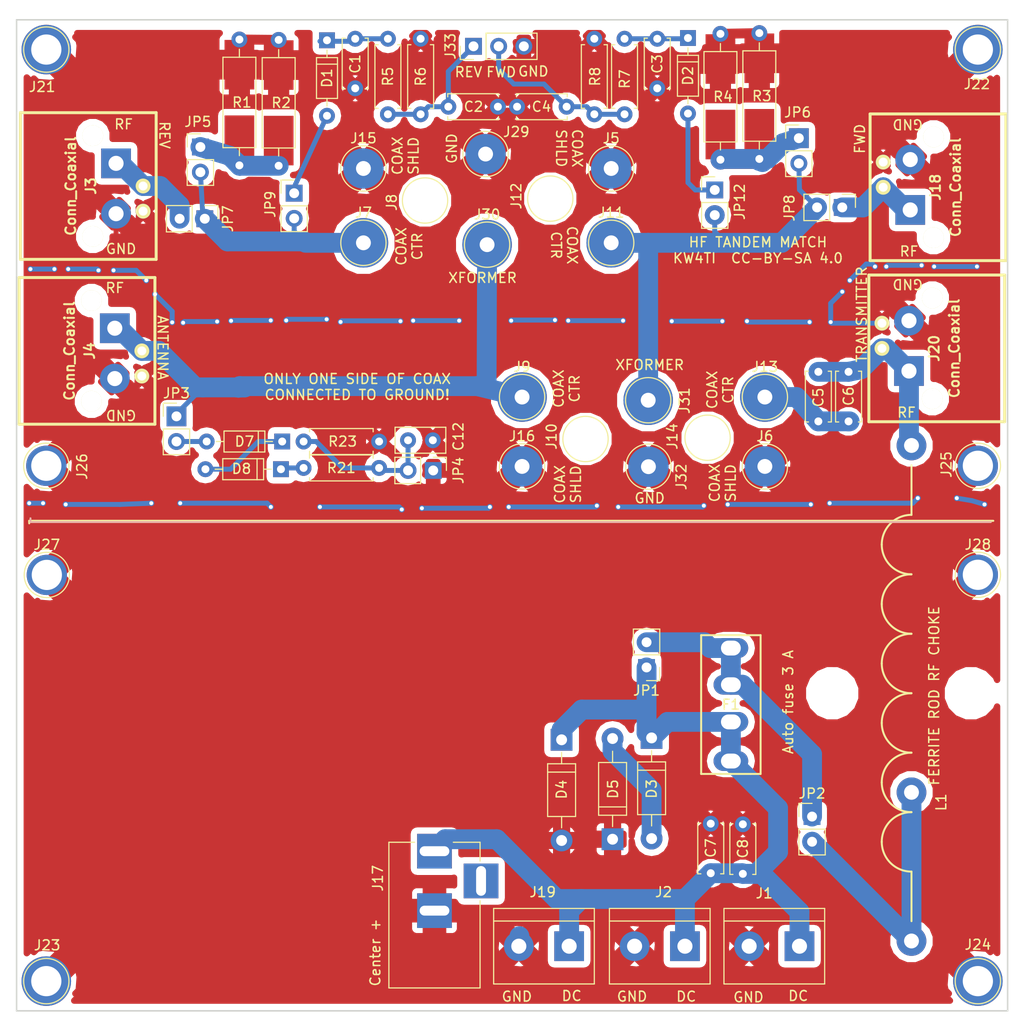
<source format=kicad_pcb>
(kicad_pcb (version 4) (host pcbnew 4.0.7)
  (layers (0 F.Cu signal) (31 B.Cu signal) (34 B.Paste user) (35 F.Paste user) (36 B.SilkS user) (37 F.SilkS user) (38 B.Mask user) (39 F.Mask user) (44 Edge.Cuts user))
  (net 0 "")
  (net 1 GND)
  (net 2 "Net-(J11-Pad1)")
  (net 3 "Net-(C1-Pad1)")
  (net 4 "Net-(C2-Pad1)")
  (net 5 "Net-(C3-Pad1)")
  (net 6 "Net-(C4-Pad1)")
  (net 7 "Net-(D1-Pad2)")
  (net 8 "Net-(D2-Pad2)")
  (net 9 "Net-(C5-Pad1)")
  (net 10 "Net-(C7-Pad1)")
  (net 11 "Net-(D3-Pad2)")
  (net 12 "Net-(C12-Pad1)")
  (net 13 "Net-(D7-Pad2)")
  (net 14 "Net-(D8-Pad1)")
  (net 15 "Net-(D7-Pad1)")
  (net 16 "Net-(JP5-Pad1)")
  (net 17 "Net-(JP6-Pad1)")
  (net 18 "Net-(J3-Pad1)")
  (net 19 "Net-(J30-Pad1)")
  (net 20 "Net-(C5-Pad2)")
  (net 21 "Net-(F1-Pad2)")
  (net 22 "Net-(JP2-Pad2)")
  (net 23 "Net-(J7-Pad1)")
  (net 24 "Net-(J18-Pad1)")
  (module TandemMatch:bnc_90_1-1337543-0_pad_combo (layer F.Cu) (at 40.386 56.769 270)
    (fp_text reference J3 (at 0 -7.112 270) (layer F.SilkS) (effects (font (thickness 0.2))))
    (fp_text value Conn_Coaxial (at 0 -5.08 270) (layer F.SilkS) (effects (font (thickness 0.2))))
    (pad 1 thru_hole circle (at 0 -12.38 270) (size 1.5 1.5) (drill 0.9) (layers *.Cu *.Mask F.SilkS) (net 18 "Net-(J3-Pad1)"))
    (pad 2 thru_hole circle (at 2.54 -12.38 270) (size 1.5 1.5) (drill 0.9) (layers *.Cu *.Mask F.SilkS) (net 1 GND))
    (pad "" np_thru_hole circle (at 5.08 -7.3 270) (size 2.1 2.1) (drill 2.1) (layers *.Cu *.Mask F.SilkS))
    (pad "" np_thru_hole circle (at -5.08 -7.3 270) (size 2.1 2.1) (drill 2.1) (layers *.Cu *.Mask F.SilkS))
    (pad 1 thru_hole rect (at -2.286 -9.652 270) (size 3 3) (drill 1.52) (layers *.Cu *.Mask) (net 18 "Net-(J3-Pad1)"))
    (pad 2 thru_hole circle (at 2.794 -9.652 270) (size 3 3) (drill 1.52) (layers *.Cu *.Mask) (net 1 GND))
  )
  (module Connectors_Terminal_Blocks:TerminalBlock_bornier-2_P5.08mm (layer F.Cu) (at 95.758 133.477 180)
    (fp_text reference J19 (at 2.667 5.461 180) (layer F.SilkS))
    (fp_text value Conn_01x02)
    (pad 1 thru_hole rect (at 0 0 180) (size 3 3) (drill 1.52) (layers *.Cu *.Mask) (net 10 "Net-(C7-Pad1)"))
    (pad 2 thru_hole circle (at 5.08 0 180) (size 3 3) (drill 1.52) (layers *.Cu *.Mask) (net 1 GND))
  )
  (module TandemMatch:R_Axial_DIN0309_L9.0mm_D3.2mm_P12.70mm_Horizontal (layer F.Cu) (at 111.0234 41.4147 270)
    (fp_text reference R4 (at 6.35 -0.254 360) (layer F.SilkS))
    (fp_text value 100R)
    (pad 1 thru_hole circle (at 0 0 270) (size 1.6 1.6) (drill 0.8) (layers *.Cu *.Mask) (net 1 GND))
    (pad 2 thru_hole oval (at 12.7 0 270) (size 1.6 1.6) (drill 0.8) (layers *.Cu *.Mask) (net 17 "Net-(JP6-Pad1)"))
    (pad 1 smd rect (at 2.54 0 270) (size 5 3) (layers F.Cu F.Paste F.Mask) (net 1 GND))
    (pad 2 smd rect (at 10.16 0 270) (size 5 3) (layers F.Cu F.Paste F.Mask) (net 17 "Net-(JP6-Pad1)"))
  )
  (module Connectors:1pin (layer F.Cu) (at 100 55)
    (fp_text reference J5 (at 0 -3.048) (layer F.SilkS))
    (fp_text value Conn_01x01)
    (pad 1 thru_hole circle (at 0 0) (size 4.064 4.064) (drill 1.5) (layers *.Cu *.Mask) (net 1 GND))
  )
  (module Connectors:1pin (layer F.Cu) (at 75 62.5)
    (fp_text reference J7 (at 0 -3.048) (layer F.SilkS))
    (fp_text value Conn_01x01)
    (pad 1 thru_hole circle (at 0 0) (size 5 5) (drill 1.5) (layers *.Cu *.Mask) (net 23 "Net-(J7-Pad1)"))
  )
  (module Connectors:1pin (layer F.Cu) (at 81.2165 58.2295)
    (fp_text reference J8 (at -3.3655 0.1905 90) (layer F.SilkS))
    (fp_text value Conn_01x01)
    (pad "" np_thru_hole circle (at 0 0) (size 4 4) (drill 4) (layers *.Cu *.Mask))
  )
  (module Connectors:1pin (layer F.Cu) (at 91.008 78.064)
    (fp_text reference J9 (at 0 -3.048) (layer F.SilkS))
    (fp_text value Conn_01x01)
    (pad 1 thru_hole circle (at 0 0) (size 5 5) (drill 1.5) (layers *.Cu *.Mask) (net 19 "Net-(J30-Pad1)"))
  )
  (module Connectors:1pin (layer F.Cu) (at 97.409 82.296)
    (fp_text reference J10 (at -3.429 -0.254 90) (layer F.SilkS))
    (fp_text value Conn_01x01)
    (pad "" np_thru_hole circle (at 0 0) (size 4 4) (drill 4) (layers *.Cu *.Mask))
  )
  (module Connectors:1pin (layer F.Cu) (at 100 62.5)
    (fp_text reference J11 (at 0 -3.048) (layer F.SilkS))
    (fp_text value Conn_01x01)
    (pad 1 thru_hole circle (at 0 0) (size 5 5) (drill 1.5) (layers *.Cu *.Mask) (net 2 "Net-(J11-Pad1)"))
  )
  (module Connectors:1pin (layer F.Cu) (at 93.853 58.039)
    (fp_text reference J12 (at -3.429 -0.254 90) (layer F.SilkS))
    (fp_text value Conn_01x01)
    (pad "" np_thru_hole circle (at 0 0) (size 4 4) (drill 4) (layers *.Cu *.Mask))
  )
  (module Connectors:1pin (layer F.Cu) (at 115.508 78.064)
    (fp_text reference J13 (at 0 -3.048) (layer F.SilkS))
    (fp_text value Conn_01x01)
    (pad 1 thru_hole circle (at 0 0) (size 5 5) (drill 1.5) (layers *.Cu *.Mask) (net 9 "Net-(C5-Pad1)"))
  )
  (module Connectors:1pin (layer F.Cu) (at 109.728 82.169)
    (fp_text reference J14 (at -3.556 -0.127 90) (layer F.SilkS))
    (fp_text value Conn_01x01)
    (pad "" np_thru_hole circle (at 0 0) (size 4 4) (drill 4) (layers *.Cu *.Mask))
  )
  (module Connectors:1pin (layer F.Cu) (at 75 55)
    (fp_text reference J15 (at 0 -3.048) (layer F.SilkS))
    (fp_text value Conn_01x01)
    (pad 1 thru_hole circle (at 0 0) (size 4.064 4.064) (drill 1.5) (layers *.Cu *.Mask) (net 1 GND))
  )
  (module Connectors:1pin (layer F.Cu) (at 91.008 85.064)
    (fp_text reference J16 (at 0 -3.048) (layer F.SilkS))
    (fp_text value Conn_01x01)
    (pad 1 thru_hole circle (at 0 0) (size 4.064 4.064) (drill 1.5) (layers *.Cu *.Mask) (net 1 GND))
  )
  (module Connectors:1pin (layer F.Cu) (at 43 43)
    (fp_text reference J21 (at -0.423 3.768) (layer F.SilkS))
    (fp_text value Conn_01x01)
    (pad 1 thru_hole circle (at 0 0) (size 5 5) (drill 3.048) (layers *.Cu *.Mask) (net 1 GND))
  )
  (module Connectors:1pin (layer F.Cu) (at 137 43)
    (fp_text reference J22 (at -0.094 3.482) (layer F.SilkS))
    (fp_text value Conn_01x01)
    (pad 1 thru_hole circle (at 0 0) (size 5 5) (drill 3.048) (layers *.Cu *.Mask) (net 1 GND))
  )
  (module Connectors:1pin (layer F.Cu) (at 43 137)
    (fp_text reference J23 (at 0.085 -3.6185) (layer F.SilkS))
    (fp_text value Conn_01x01)
    (pad 1 thru_hole circle (at 0 0) (size 5 5) (drill 3.048) (layers *.Cu *.Mask) (net 1 GND))
  )
  (module Connectors:1pin (layer F.Cu) (at 137 137)
    (fp_text reference J24 (at 0.001 -3.682) (layer F.SilkS))
    (fp_text value Conn_01x01)
    (pad 1 thru_hole circle (at 0 0) (size 5 5) (drill 3.048) (layers *.Cu *.Mask) (net 1 GND))
  )
  (module Connectors:1pin (layer F.Cu) (at 115.508 85.064)
    (fp_text reference J6 (at 0 -3.048) (layer F.SilkS))
    (fp_text value Conn_01x01)
    (pad 1 thru_hole circle (at 0 0) (size 4.064 4.064) (drill 1.5) (layers *.Cu *.Mask) (net 1 GND))
  )
  (module Connectors:1pin (layer F.Cu) (at 87.3252 53.5432)
    (fp_text reference J29 (at 3.0988 -2.2352) (layer F.SilkS))
    (fp_text value Conn_01x01)
    (pad 1 thru_hole circle (at 0 0) (size 4.064 4.064) (drill 1.5) (layers *.Cu *.Mask) (net 1 GND))
  )
  (module Connectors:1pin (layer F.Cu) (at 87.4776 62.6872)
    (fp_text reference J30 (at 0 -3.048) (layer F.SilkS))
    (fp_text value Conn_01x01)
    (pad 1 thru_hole circle (at 0 0) (size 5 5) (drill 1.5) (layers *.Cu *.Mask) (net 19 "Net-(J30-Pad1)"))
  )
  (module Connectors:1pin (layer F.Cu) (at 103.7336 78.3844)
    (fp_text reference J31 (at 3.66776 0.04318 90) (layer F.SilkS))
    (fp_text value Conn_01x01)
    (pad 1 thru_hole circle (at 0 0) (size 5 5) (drill 1.5) (layers *.Cu *.Mask) (net 2 "Net-(J11-Pad1)"))
  )
  (module Connectors:1pin (layer F.Cu) (at 103.759 85.09)
    (fp_text reference J32 (at 3.32232 1.03124 270) (layer F.SilkS))
    (fp_text value Conn_01x01)
    (pad 1 thru_hole circle (at 0 0) (size 4.064 4.064) (drill 1.5) (layers *.Cu *.Mask) (net 1 GND))
  )
  (module Capacitors_THT:C_Disc_D5.0mm_W2.5mm_P5.00mm (layer F.Cu) (at 74.168 41.91 270)
    (fp_text reference C1 (at 2.54 0 270) (layer F.SilkS))
    (fp_text value "10 nF")
    (pad 1 thru_hole circle (at 0 0 270) (size 1.6 1.6) (drill 0.8) (layers *.Cu *.Mask) (net 3 "Net-(C1-Pad1)"))
    (pad 2 thru_hole circle (at 5 0 270) (size 1.6 1.6) (drill 0.8) (layers *.Cu *.Mask) (net 1 GND))
  )
  (module Capacitors_THT:C_Disc_D5.0mm_W2.5mm_P5.00mm (layer F.Cu) (at 83.566 48.768)
    (fp_text reference C2 (at 2.54 0) (layer F.SilkS))
    (fp_text value "10 nF")
    (pad 1 thru_hole circle (at 0 0) (size 1.6 1.6) (drill 0.8) (layers *.Cu *.Mask) (net 4 "Net-(C2-Pad1)"))
    (pad 2 thru_hole circle (at 5 0) (size 1.6 1.6) (drill 0.8) (layers *.Cu *.Mask) (net 1 GND))
  )
  (module Capacitors_THT:C_Disc_D5.0mm_W2.5mm_P5.00mm (layer F.Cu) (at 104.648 41.91 270)
    (fp_text reference C3 (at 2.54 0 270) (layer F.SilkS))
    (fp_text value "10 nF")
    (pad 1 thru_hole circle (at 0 0 270) (size 1.6 1.6) (drill 0.8) (layers *.Cu *.Mask) (net 5 "Net-(C3-Pad1)"))
    (pad 2 thru_hole circle (at 5 0 270) (size 1.6 1.6) (drill 0.8) (layers *.Cu *.Mask) (net 1 GND))
  )
  (module Capacitors_THT:C_Disc_D5.0mm_W2.5mm_P5.00mm (layer F.Cu) (at 95.504 48.768 180)
    (fp_text reference C4 (at 2.54 0 180) (layer F.SilkS))
    (fp_text value "10 nF")
    (pad 1 thru_hole circle (at 0 0 180) (size 1.6 1.6) (drill 0.8) (layers *.Cu *.Mask) (net 6 "Net-(C4-Pad1)"))
    (pad 2 thru_hole circle (at 5 0 180) (size 1.6 1.6) (drill 0.8) (layers *.Cu *.Mask) (net 1 GND))
  )
  (module Pin_Headers:Pin_Header_Straight_1x03_Pitch2.54mm (layer F.Cu) (at 86.106 42.672 90)
    (fp_text reference J33 (at 0 -2.33 90) (layer F.SilkS))
    (fp_text value Conn_01x03)
    (pad 1 thru_hole rect (at 0 0 90) (size 1.7 1.7) (drill 1) (layers *.Cu *.Mask) (net 4 "Net-(C2-Pad1)"))
    (pad 2 thru_hole oval (at 0 2.54 90) (size 1.7 1.7) (drill 1) (layers *.Cu *.Mask) (net 6 "Net-(C4-Pad1)"))
    (pad 3 thru_hole oval (at 0 5.08 90) (size 1.7 1.7) (drill 1) (layers *.Cu *.Mask) (net 1 GND))
  )
  (module Resistors_THT:R_Axial_DIN0207_L6.3mm_D2.5mm_P7.62mm_Horizontal (layer F.Cu) (at 77.47 49.53 90)
    (fp_text reference R5 (at 3.81 0 90) (layer F.SilkS))
    (fp_text value 10k)
    (pad 1 thru_hole circle (at 0 0 90) (size 1.6 1.6) (drill 0.8) (layers *.Cu *.Mask) (net 4 "Net-(C2-Pad1)"))
    (pad 2 thru_hole oval (at 7.62 0 90) (size 1.6 1.6) (drill 0.8) (layers *.Cu *.Mask) (net 3 "Net-(C1-Pad1)"))
  )
  (module Resistors_THT:R_Axial_DIN0207_L6.3mm_D2.5mm_P7.62mm_Horizontal (layer F.Cu) (at 80.772 41.91 270)
    (fp_text reference R6 (at 3.81 0 270) (layer F.SilkS))
    (fp_text value 10k)
    (pad 1 thru_hole circle (at 0 0 270) (size 1.6 1.6) (drill 0.8) (layers *.Cu *.Mask) (net 1 GND))
    (pad 2 thru_hole oval (at 7.62 0 270) (size 1.6 1.6) (drill 0.8) (layers *.Cu *.Mask) (net 4 "Net-(C2-Pad1)"))
  )
  (module Resistors_THT:R_Axial_DIN0207_L6.3mm_D2.5mm_P7.62mm_Horizontal (layer F.Cu) (at 101.346 49.53 90)
    (fp_text reference R7 (at 3.552 0.02 90) (layer F.SilkS))
    (fp_text value 10k)
    (pad 1 thru_hole circle (at 0 0 90) (size 1.6 1.6) (drill 0.8) (layers *.Cu *.Mask) (net 6 "Net-(C4-Pad1)"))
    (pad 2 thru_hole oval (at 7.62 0 90) (size 1.6 1.6) (drill 0.8) (layers *.Cu *.Mask) (net 5 "Net-(C3-Pad1)"))
  )
  (module Resistors_THT:R_Axial_DIN0207_L6.3mm_D2.5mm_P7.62mm_Horizontal (layer F.Cu) (at 98.298 41.91 270)
    (fp_text reference R8 (at 3.814 -0.076 270) (layer F.SilkS))
    (fp_text value 10k)
    (pad 1 thru_hole circle (at 0 0 270) (size 1.6 1.6) (drill 0.8) (layers *.Cu *.Mask) (net 1 GND))
    (pad 2 thru_hole oval (at 7.62 0 270) (size 1.6 1.6) (drill 0.8) (layers *.Cu *.Mask) (net 6 "Net-(C4-Pad1)"))
  )
  (module Diodes_THT:D_DO-35_SOD27_P7.62mm_Horizontal (layer F.Cu) (at 71.3232 42.0624 270)
    (fp_text reference D1 (at 3.81 0 270) (layer F.SilkS))
    (fp_text value 1N5711)
    (pad 1 thru_hole rect (at 0 0 270) (size 1.6 1.6) (drill 0.8) (layers *.Cu *.Mask) (net 3 "Net-(C1-Pad1)"))
    (pad 2 thru_hole oval (at 7.62 0 270) (size 1.6 1.6) (drill 0.8) (layers *.Cu *.Mask) (net 7 "Net-(D1-Pad2)"))
  )
  (module Diodes_THT:D_DO-35_SOD27_P7.62mm_Horizontal (layer F.Cu) (at 107.7468 41.8338 270)
    (fp_text reference D2 (at 3.81 0 270) (layer F.SilkS))
    (fp_text value 1N5711)
    (pad 1 thru_hole rect (at 0 0 270) (size 1.6 1.6) (drill 0.8) (layers *.Cu *.Mask) (net 5 "Net-(C3-Pad1)"))
    (pad 2 thru_hole oval (at 7.62 0 270) (size 1.6 1.6) (drill 0.8) (layers *.Cu *.Mask) (net 8 "Net-(D2-Pad2)"))
  )
  (module Pin_Headers:Pin_Header_Straight_1x02_Pitch2.54mm (layer F.Cu) (at 58.547 52.832)
    (fp_text reference JP5 (at -0.254 -2.54 180) (layer F.SilkS))
    (fp_text value Jumper_NC_Small)
    (pad 1 thru_hole rect (at 0 0) (size 1.7 1.7) (drill 1) (layers *.Cu *.Mask) (net 16 "Net-(JP5-Pad1)"))
    (pad 2 thru_hole oval (at 0 2.54) (size 1.7 1.7) (drill 1) (layers *.Cu *.Mask) (net 23 "Net-(J7-Pad1)"))
  )
  (module Pin_Headers:Pin_Header_Straight_1x02_Pitch2.54mm (layer F.Cu) (at 118.9355 51.943)
    (fp_text reference JP6 (at -0.127 -2.6035 180) (layer F.SilkS))
    (fp_text value Jumper_NC_Small)
    (pad 1 thru_hole rect (at 0 0) (size 2 2) (drill 1) (layers *.Cu *.Mask) (net 17 "Net-(JP6-Pad1)"))
    (pad 2 thru_hole oval (at 0 2.54) (size 1.7 1.7) (drill 1) (layers *.Cu *.Mask) (net 2 "Net-(J11-Pad1)"))
  )
  (module Pin_Headers:Pin_Header_Straight_1x02_Pitch2.54mm (layer F.Cu) (at 56.134 80.01)
    (fp_text reference JP3 (at 0 -2.33) (layer F.SilkS))
    (fp_text value Jumper_NC_Small)
    (pad 1 thru_hole rect (at 0 0) (size 2 2) (drill 1) (layers *.Cu *.Mask) (net 19 "Net-(J30-Pad1)"))
    (pad 2 thru_hole oval (at 0 2.54) (size 1.7 1.7) (drill 1) (layers *.Cu *.Mask) (net 13 "Net-(D7-Pad2)"))
  )
  (module Pin_Headers:Pin_Header_Straight_1x02_Pitch2.54mm (layer F.Cu) (at 82.042 85.471 270)
    (fp_text reference JP4 (at 0 -2.54 450) (layer F.SilkS))
    (fp_text value Jumper_NC_Small)
    (pad 1 thru_hole rect (at 0 0 270) (size 1.7 1.7) (drill 1) (layers *.Cu *.Mask) (net 1 GND))
    (pad 2 thru_hole oval (at 0 2.54 270) (size 1.7 1.7) (drill 1) (layers *.Cu *.Mask) (net 12 "Net-(C12-Pad1)"))
  )
  (module Resistors_THT:R_Axial_DIN0207_L6.3mm_D2.5mm_P7.62mm_Horizontal (layer F.Cu) (at 76.581 85.217 180)
    (fp_text reference R21 (at 3.81 0 180) (layer F.SilkS))
    (fp_text value 10k)
    (pad 1 thru_hole circle (at 0 0 180) (size 1.6 1.6) (drill 0.8) (layers *.Cu *.Mask) (net 12 "Net-(C12-Pad1)"))
    (pad 2 thru_hole oval (at 7.62 0 180) (size 1.6 1.6) (drill 0.8) (layers *.Cu *.Mask) (net 14 "Net-(D8-Pad1)"))
  )
  (module Diodes_THT:D_DO-35_SOD27_P7.62mm_Horizontal (layer F.Cu) (at 66.802 82.55 180)
    (fp_text reference D7 (at 3.81 0 180) (layer F.SilkS))
    (fp_text value 1N4148)
    (pad 1 thru_hole rect (at 0 0 180) (size 1.6 1.6) (drill 0.8) (layers *.Cu *.Mask) (net 15 "Net-(D7-Pad1)"))
    (pad 2 thru_hole oval (at 7.62 0 180) (size 1.6 1.6) (drill 0.8) (layers *.Cu *.Mask) (net 13 "Net-(D7-Pad2)"))
  )
  (module Diodes_THT:D_DO-35_SOD27_P7.62mm_Horizontal (layer F.Cu) (at 66.675 85.344 180)
    (fp_text reference D8 (at 3.98 0.038999 180) (layer F.SilkS))
    (fp_text value 1N4148)
    (pad 1 thru_hole rect (at 0 0 180) (size 1.6 1.6) (drill 0.8) (layers *.Cu *.Mask) (net 14 "Net-(D8-Pad1)"))
    (pad 2 thru_hole oval (at 7.62 0 180) (size 1.6 1.6) (drill 0.8) (layers *.Cu *.Mask) (net 15 "Net-(D7-Pad1)"))
  )
  (module Capacitors_THT:C_Disc_D5.0mm_W2.5mm_P2.50mm (layer F.Cu) (at 79.502 82.423)
    (fp_text reference C12 (at 5.08 -0.381 90) (layer F.SilkS))
    (fp_text value "10 nF")
    (pad 1 thru_hole circle (at 0 0) (size 1.6 1.6) (drill 0.8) (layers *.Cu *.Mask) (net 12 "Net-(C12-Pad1)"))
    (pad 2 thru_hole circle (at 2.5 0) (size 1.6 1.6) (drill 0.8) (layers *.Cu *.Mask) (net 1 GND))
  )
  (module Resistors_THT:R_Axial_DIN0207_L6.3mm_D2.5mm_P7.62mm_Horizontal (layer F.Cu) (at 76.581 82.55 180)
    (fp_text reference R23 (at 3.683 0 180) (layer F.SilkS))
    (fp_text value 1k)
    (pad 1 thru_hole circle (at 0 0 180) (size 1.6 1.6) (drill 0.8) (layers *.Cu *.Mask) (net 1 GND))
    (pad 2 thru_hole oval (at 7.62 0 180) (size 1.6 1.6) (drill 0.8) (layers *.Cu *.Mask) (net 12 "Net-(C12-Pad1)"))
  )
  (module Pin_Headers:Pin_Header_Straight_1x02_Pitch2.54mm (layer F.Cu) (at 68.01104 57.49544)
    (fp_text reference JP9 (at -2.41554 1.11506 90) (layer F.SilkS))
    (fp_text value Jumper_NC_Small)
    (pad 1 thru_hole rect (at 0 0) (size 1.7 1.7) (drill 1) (layers *.Cu *.Mask) (net 7 "Net-(D1-Pad2)"))
    (pad 2 thru_hole oval (at 0 2.54) (size 1.7 1.7) (drill 1) (layers *.Cu *.Mask) (net 23 "Net-(J7-Pad1)"))
  )
  (module Pin_Headers:Pin_Header_Straight_1x02_Pitch2.54mm (layer F.Cu) (at 110.44936 57.16524)
    (fp_text reference JP12 (at 2.51714 1.19126 90) (layer F.SilkS))
    (fp_text value Jumper_NC_Small)
    (pad 1 thru_hole rect (at 0 0) (size 1.7 1.7) (drill 1) (layers *.Cu *.Mask) (net 8 "Net-(D2-Pad2)"))
    (pad 2 thru_hole oval (at 0 2.54) (size 2 2) (drill 1) (layers *.Cu *.Mask) (net 2 "Net-(J11-Pad1)"))
  )
  (module TandemMatch:R_Axial_DIN0309_L9.0mm_D3.2mm_P12.70mm_Horizontal (layer F.Cu) (at 114.9477 41.3385 270)
    (fp_text reference R3 (at 6.35 -0.254 360) (layer F.SilkS))
    (fp_text value 100R)
    (pad 1 thru_hole circle (at 0 0 270) (size 1.6 1.6) (drill 0.8) (layers *.Cu *.Mask) (net 1 GND))
    (pad 2 thru_hole oval (at 12.7 0 270) (size 1.6 1.6) (drill 0.8) (layers *.Cu *.Mask) (net 17 "Net-(JP6-Pad1)"))
    (pad 1 smd rect (at 2.54 0 270) (size 5 3) (layers F.Cu F.Paste F.Mask) (net 1 GND))
    (pad 2 smd rect (at 10.16 0 270) (size 5 3) (layers F.Cu F.Paste F.Mask) (net 17 "Net-(JP6-Pad1)"))
  )
  (module TandemMatch:R_Axial_DIN0309_L9.0mm_D3.2mm_P12.70mm_Horizontal (layer F.Cu) (at 66.4464 42.0243 270)
    (fp_text reference R2 (at 6.35 -0.254 360) (layer F.SilkS))
    (fp_text value 100R)
    (pad 1 thru_hole circle (at 0 0 270) (size 1.6 1.6) (drill 0.8) (layers *.Cu *.Mask) (net 1 GND))
    (pad 2 thru_hole oval (at 12.7 0 270) (size 1.6 1.6) (drill 0.8) (layers *.Cu *.Mask) (net 16 "Net-(JP5-Pad1)"))
    (pad 1 smd rect (at 2.54 0 270) (size 5 3) (layers F.Cu F.Paste F.Mask) (net 1 GND))
    (pad 2 smd rect (at 10.16 0 270) (size 5 3) (layers F.Cu F.Paste F.Mask) (net 16 "Net-(JP5-Pad1)"))
  )
  (module TandemMatch:R_Axial_DIN0309_L9.0mm_D3.2mm_P12.70mm_Horizontal (layer F.Cu) (at 62.484 41.9862 270)
    (fp_text reference R1 (at 6.35 -0.254 360) (layer F.SilkS))
    (fp_text value 100R)
    (pad 1 thru_hole circle (at 0 0 270) (size 1.6 1.6) (drill 0.8) (layers *.Cu *.Mask) (net 1 GND))
    (pad 2 thru_hole oval (at 12.7 0 270) (size 1.6 1.6) (drill 0.8) (layers *.Cu *.Mask) (net 16 "Net-(JP5-Pad1)"))
    (pad 1 smd rect (at 2.54 0 270) (size 5 3) (layers F.Cu F.Paste F.Mask) (net 1 GND))
    (pad 2 smd rect (at 10.16 0 270) (size 5 3) (layers F.Cu F.Paste F.Mask) (net 16 "Net-(JP5-Pad1)"))
  )
  (module Connectors_Terminal_Blocks:TerminalBlock_bornier-2_P5.08mm (layer F.Cu) (at 118.999 133.477 180)
    (fp_text reference J1 (at 3.556 5.334 180) (layer F.SilkS))
    (fp_text value Conn_01x02)
    (pad 1 thru_hole rect (at 0 0 180) (size 3 3) (drill 1.52) (layers *.Cu *.Mask) (net 10 "Net-(C7-Pad1)"))
    (pad 2 thru_hole circle (at 5.08 0 180) (size 3 3) (drill 1.52) (layers *.Cu *.Mask) (net 1 GND))
  )
  (module Capacitors_THT:C_Disc_D5.0mm_W2.5mm_P5.00mm (layer F.Cu) (at 120.904 80.518 90)
    (fp_text reference C5 (at 2.413 0 90) (layer F.SilkS))
    (fp_text value "10 nF")
    (pad 1 thru_hole circle (at 0 0 90) (size 1.6 1.6) (drill 0.8) (layers *.Cu *.Mask) (net 9 "Net-(C5-Pad1)"))
    (pad 2 thru_hole circle (at 5 0 90) (size 1.6 1.6) (drill 0.8) (layers *.Cu *.Mask) (net 20 "Net-(C5-Pad2)"))
  )
  (module Capacitors_THT:C_Disc_D5.0mm_W2.5mm_P5.00mm (layer F.Cu) (at 123.952 80.518 90)
    (fp_text reference C6 (at 2.54 0 90) (layer F.SilkS))
    (fp_text value "10 nF")
    (pad 1 thru_hole circle (at 0 0 90) (size 1.6 1.6) (drill 0.8) (layers *.Cu *.Mask) (net 9 "Net-(C5-Pad1)"))
    (pad 2 thru_hole circle (at 5 0 90) (size 1.6 1.6) (drill 0.8) (layers *.Cu *.Mask) (net 20 "Net-(C5-Pad2)"))
  )
  (module Capacitors_THT:C_Disc_D5.0mm_W2.5mm_P5.00mm (layer F.Cu) (at 110.0455 126.111 90)
    (fp_text reference C7 (at 2.54 0 90) (layer F.SilkS))
    (fp_text value "10 nF")
    (pad 1 thru_hole circle (at 0 0 90) (size 1.6 1.6) (drill 0.8) (layers *.Cu *.Mask) (net 10 "Net-(C7-Pad1)"))
    (pad 2 thru_hole circle (at 5 0 90) (size 1.6 1.6) (drill 0.8) (layers *.Cu *.Mask) (net 1 GND))
  )
  (module Capacitors_THT:C_Disc_D5.0mm_W2.5mm_P5.00mm (layer F.Cu) (at 113.284 126.1745 90)
    (fp_text reference C8 (at 2.54 0 90) (layer F.SilkS))
    (fp_text value "10 nF")
    (pad 1 thru_hole circle (at 0 0 90) (size 1.6 1.6) (drill 0.8) (layers *.Cu *.Mask) (net 10 "Net-(C7-Pad1)"))
    (pad 2 thru_hole circle (at 5 0 90) (size 1.6 1.6) (drill 0.8) (layers *.Cu *.Mask) (net 1 GND))
  )
  (module Connectors_Terminal_Blocks:TerminalBlock_bornier-2_P5.08mm (layer F.Cu) (at 107.442 133.477 180)
    (fp_text reference J2 (at 2.159 5.461 180) (layer F.SilkS))
    (fp_text value Conn_01x02)
    (pad 1 thru_hole rect (at 0 0 180) (size 3 3) (drill 1.52) (layers *.Cu *.Mask) (net 10 "Net-(C7-Pad1)"))
    (pad 2 thru_hole circle (at 5.08 0 180) (size 3 3) (drill 1.52) (layers *.Cu *.Mask) (net 1 GND))
  )
  (module Pin_Headers:Pin_Header_Straight_1x02_Pitch2.54mm (layer F.Cu) (at 103.5685 105.3465 180)
    (fp_text reference JP1 (at 0 -2.33 180) (layer F.SilkS))
    (fp_text value Jumper_NC_Small)
    (pad 1 thru_hole rect (at 0 0 180) (size 1.7 1.7) (drill 1) (layers *.Cu *.Mask) (net 10 "Net-(C7-Pad1)"))
    (pad 2 thru_hole oval (at 0 2.54 180) (size 1.7 1.7) (drill 1) (layers *.Cu *.Mask) (net 21 "Net-(F1-Pad2)"))
  )
  (module Diodes_THT:D_DO-41_SOD81_P10.16mm_Horizontal (layer F.Cu) (at 104.0765 112.4585 270)
    (fp_text reference D3 (at 5.1435 0 270) (layer F.SilkS))
    (fp_text value D_Zener)
    (pad 1 thru_hole rect (at 0 0 270) (size 2.2 2.2) (drill 1.1) (layers *.Cu *.Mask) (net 10 "Net-(C7-Pad1)"))
    (pad 2 thru_hole oval (at 10.16 0 270) (size 2.2 2.2) (drill 1.1) (layers *.Cu *.Mask) (net 11 "Net-(D3-Pad2)"))
  )
  (module Diodes_THT:D_DO-41_SOD81_P10.16mm_Horizontal (layer F.Cu) (at 94.996 112.649 270)
    (fp_text reference D4 (at 5.0165 0 270) (layer F.SilkS))
    (fp_text value 1N4004)
    (pad 1 thru_hole rect (at 0 0 270) (size 2.2 2.2) (drill 1.1) (layers *.Cu *.Mask) (net 10 "Net-(C7-Pad1)"))
    (pad 2 thru_hole oval (at 10.16 0 270) (size 2.2 2.2) (drill 1.1) (layers *.Cu *.Mask) (net 1 GND))
  )
  (module Diodes_THT:D_DO-41_SOD81_P10.16mm_Horizontal (layer F.Cu) (at 100.1395 122.682 90)
    (fp_text reference D5 (at 5.0595 0.038999 90) (layer F.SilkS))
    (fp_text value 1N4004)
    (pad 1 thru_hole rect (at 0 0 90) (size 2.2 2.2) (drill 1.1) (layers *.Cu *.Mask) (net 1 GND))
    (pad 2 thru_hole oval (at 10.16 0 90) (size 2.2 2.2) (drill 1.1) (layers *.Cu *.Mask) (net 11 "Net-(D3-Pad2)"))
  )
  (module TandemMatch:SL506Pfuseholder (layer F.Cu) (at 112.0775 109.093 270)
    (fp_text reference F1 (at 0 0 360) (layer F.SilkS))
    (fp_text value "Keystone 3544-2 / SL-506P")
    (pad 1 thru_hole oval (at 1.75 0 270) (size 2 3.5) (drill oval 1.5 2) (layers *.Cu *.Mask) (net 10 "Net-(C7-Pad1)"))
    (pad 1 thru_hole oval (at 5.7 0 270) (size 2 3.5) (drill oval 1.5 2) (layers *.Cu *.Mask) (net 10 "Net-(C7-Pad1)"))
    (pad 2 thru_hole oval (at -2 0 270) (size 2 3.5) (drill oval 1.5 2) (layers *.Cu *.Mask) (net 21 "Net-(F1-Pad2)"))
    (pad 2 thru_hole oval (at -5.7 0 270) (size 2 3.5) (drill oval 1.5 2) (layers *.Cu *.Mask) (net 21 "Net-(F1-Pad2)"))
  )
  (module Connectors:BARREL_JACK (layer F.Cu) (at 82.169 123.8885 90)
    (fp_text reference J17 (at -2.7305 -5.715 270) (layer F.SilkS))
    (fp_text value Barrel_Jack)
    (pad 1 thru_hole rect (at 0 0 90) (size 3.5 3.5) (drill oval 1 3) (layers *.Cu *.Mask) (net 10 "Net-(C7-Pad1)"))
    (pad 2 thru_hole rect (at -6 0 90) (size 3.5 3.5) (drill oval 1 3) (layers *.Cu *.Mask) (net 1 GND))
    (pad 3 thru_hole rect (at -3 4.7 90) (size 3.5 3.5) (drill oval 3 1) (layers *.Cu *.Mask))
  )
  (module Pin_Headers:Pin_Header_Straight_1x02_Pitch2.54mm (layer F.Cu) (at 120.269 120.396)
    (fp_text reference JP2 (at 0 -2.33) (layer F.SilkS))
    (fp_text value Jumper_NC_Small)
    (pad 1 thru_hole rect (at 0 0) (size 1.7 1.7) (drill 1) (layers *.Cu *.Mask) (net 21 "Net-(F1-Pad2)"))
    (pad 2 thru_hole oval (at 0 2.54) (size 1.7 1.7) (drill 1) (layers *.Cu *.Mask) (net 22 "Net-(JP2-Pad2)"))
  )
  (module TandemMatch:BigRFChokeInductor (layer F.Cu) (at 130.302 107.95 90)
    (fp_text reference L1 (at -11 3 90) (layer F.SilkS))
    (fp_text value L)
    (pad 1 thru_hole circle (at -10 0 90) (size 3 3) (drill 1.5) (layers *.Cu *.Mask) (net 22 "Net-(JP2-Pad2)"))
    (pad 1 thru_hole circle (at -25 0 90) (size 3 3) (drill 1.5) (layers *.Cu *.Mask) (net 22 "Net-(JP2-Pad2)"))
    (pad 2 thru_hole circle (at 25 0 90) (size 3 3) (drill 1.5) (layers *.Cu *.Mask) (net 20 "Net-(C5-Pad2)"))
    (pad "" np_thru_hole circle (at 0 -8 90) (size 4 4) (drill 4) (layers *.Cu *.Mask))
    (pad "" np_thru_hole circle (at 0 6 90) (size 4 4) (drill 4) (layers *.Cu *.Mask))
  )
  (module TandemMatch:bnc_90_1-1337543-0_pad_combo (layer F.Cu) (at 40.259 73.406 270)
    (fp_text reference J4 (at 0 -7.112 270) (layer F.SilkS) (effects (font (thickness 0.2))))
    (fp_text value Conn_Coaxial (at 0 -5.08 270) (layer F.SilkS) (effects (font (thickness 0.2))))
    (pad 1 thru_hole circle (at 0 -12.38 270) (size 1.5 1.5) (drill 0.9) (layers *.Cu *.Mask F.SilkS) (net 19 "Net-(J30-Pad1)"))
    (pad 2 thru_hole circle (at 2.54 -12.38 270) (size 1.5 1.5) (drill 0.9) (layers *.Cu *.Mask F.SilkS) (net 1 GND))
    (pad "" np_thru_hole circle (at 5.08 -7.3 270) (size 2.1 2.1) (drill 2.1) (layers *.Cu *.Mask F.SilkS))
    (pad "" np_thru_hole circle (at -5.08 -7.3 270) (size 2.1 2.1) (drill 2.1) (layers *.Cu *.Mask F.SilkS))
    (pad 1 thru_hole rect (at -2.286 -9.652 270) (size 3 3) (drill 1.52) (layers *.Cu *.Mask) (net 19 "Net-(J30-Pad1)"))
    (pad 2 thru_hole circle (at 2.794 -9.652 270) (size 3 3) (drill 1.52) (layers *.Cu *.Mask) (net 1 GND))
  )
  (module TandemMatch:bnc_90_1-1337543-0_pad_combo (layer F.Cu) (at 139.827 56.896 90)
    (fp_text reference J18 (at 0 -7.112 90) (layer F.SilkS) (effects (font (thickness 0.2))))
    (fp_text value Conn_Coaxial (at 0 -5.08 90) (layer F.SilkS) (effects (font (thickness 0.2))))
    (pad 1 thru_hole circle (at 0 -12.38 90) (size 1.5 1.5) (drill 0.9) (layers *.Cu *.Mask F.SilkS) (net 24 "Net-(J18-Pad1)"))
    (pad 2 thru_hole circle (at 2.54 -12.38 90) (size 1.5 1.5) (drill 0.9) (layers *.Cu *.Mask F.SilkS) (net 1 GND))
    (pad "" np_thru_hole circle (at 5.08 -7.3 90) (size 2.1 2.1) (drill 2.1) (layers *.Cu *.Mask F.SilkS))
    (pad "" np_thru_hole circle (at -5.08 -7.3 90) (size 2.1 2.1) (drill 2.1) (layers *.Cu *.Mask F.SilkS))
    (pad 1 thru_hole rect (at -2.286 -9.652 90) (size 3 3) (drill 1.52) (layers *.Cu *.Mask) (net 24 "Net-(J18-Pad1)"))
    (pad 2 thru_hole circle (at 2.794 -9.652 90) (size 3 3) (drill 1.52) (layers *.Cu *.Mask) (net 1 GND))
  )
  (module TandemMatch:bnc_90_1-1337543-0_pad_combo (layer F.Cu) (at 139.7 73.152 90)
    (fp_text reference J20 (at 0 -7.112 90) (layer F.SilkS) (effects (font (thickness 0.2))))
    (fp_text value Conn_Coaxial (at 0 -5.08 90) (layer F.SilkS) (effects (font (thickness 0.2))))
    (pad 1 thru_hole circle (at 0 -12.38 90) (size 1.5 1.5) (drill 0.9) (layers *.Cu *.Mask F.SilkS) (net 20 "Net-(C5-Pad2)"))
    (pad 2 thru_hole circle (at 2.54 -12.38 90) (size 1.5 1.5) (drill 0.9) (layers *.Cu *.Mask F.SilkS) (net 1 GND))
    (pad "" np_thru_hole circle (at 5.08 -7.3 90) (size 2.1 2.1) (drill 2.1) (layers *.Cu *.Mask F.SilkS))
    (pad "" np_thru_hole circle (at -5.08 -7.3 90) (size 2.1 2.1) (drill 2.1) (layers *.Cu *.Mask F.SilkS))
    (pad 1 thru_hole rect (at -2.286 -9.652 90) (size 3 3) (drill 1.52) (layers *.Cu *.Mask) (net 20 "Net-(C5-Pad2)"))
    (pad 2 thru_hole circle (at 2.794 -9.652 90) (size 3 3) (drill 1.52) (layers *.Cu *.Mask) (net 1 GND))
  )
  (module Connectors:1pin (layer F.Cu) (at 137 85)
    (fp_text reference J25 (at -3.175 -0.127 90) (layer F.SilkS))
    (fp_text value Conn_01x01)
    (pad 1 thru_hole circle (at 0 0) (size 4.064 4.064) (drill 3.048) (layers *.Cu *.Mask) (net 1 GND))
  )
  (module Connectors:1pin (layer F.Cu) (at 43 85)
    (fp_text reference J26 (at 3.609 0.074 90) (layer F.SilkS))
    (fp_text value Conn_01x01)
    (pad 1 thru_hole circle (at 0 0) (size 4.064 4.064) (drill 3.048) (layers *.Cu *.Mask) (net 1 GND))
  )
  (module Connectors:1pin (layer F.Cu) (at 43.053 96.012)
    (fp_text reference J27 (at 0 -3.048) (layer F.SilkS))
    (fp_text value Conn_01x01)
    (pad 1 thru_hole circle (at 0 0) (size 4.064 4.064) (drill 3.048) (layers *.Cu *.Mask) (net 1 GND))
  )
  (module Connectors:1pin (layer F.Cu) (at 137 96)
    (fp_text reference J28 (at 0 -3.048) (layer F.SilkS))
    (fp_text value Conn_01x01)
    (pad 1 thru_hole circle (at 0 0) (size 4.064 4.064) (drill 3.048) (layers *.Cu *.Mask) (net 1 GND))
  )
  (module Pin_Headers:Pin_Header_Straight_1x02_Pitch2.54mm (layer F.Cu) (at 58.9915 60.071 270)
    (fp_text reference JP7 (at 0 -2.33 270) (layer F.SilkS))
    (fp_text value Jumper_NC_Small)
    (pad 1 thru_hole rect (at 0 0 270) (size 1.7 1.7) (drill 1) (layers *.Cu *.Mask) (net 23 "Net-(J7-Pad1)"))
    (pad 2 thru_hole oval (at 0 2.54 270) (size 1.7 1.7) (drill 1) (layers *.Cu *.Mask) (net 18 "Net-(J3-Pad1)"))
  )
  (module Pin_Headers:Pin_Header_Straight_1x02_Pitch2.54mm (layer F.Cu) (at 123.317 58.928 270)
    (fp_text reference JP8 (at 0.0635 5.334 270) (layer F.SilkS))
    (fp_text value Jumper_NC_Small)
    (pad 1 thru_hole rect (at 0 0 270) (size 1.7 1.7) (drill 1) (layers *.Cu *.Mask) (net 24 "Net-(J18-Pad1)"))
    (pad 2 thru_hole oval (at 0 2.54 270) (size 1.7 1.7) (drill 1) (layers *.Cu *.Mask) (net 2 "Net-(J11-Pad1)"))
  )
  (gr_text REV (at 54.9275 51.6255 270) (layer F.SilkS) (effects (font (size 1 1))))
  (gr_text FWD (at 125.095 52.0065 90) (layer F.SilkS) (effects (font (size 1 1))))
  (gr_text ANTENNA (at 54.737 73.0885 270) (layer F.SilkS) (effects (font (size 1 1))))
  (gr_text TRANSMITTER (at 125.2855 69.723 90) (layer F.SilkS) (effects (font (size 1 1))))
  (gr_line (start 41.402 90.678) (end 41.402 90.297) (angle 90) (layer B.SilkS) (width 0.2))
  (gr_line (start 138.303 90.678) (end 41.402 90.678) (angle 90) (layer B.SilkS) (width 0.2))
  (gr_line (start 41.275 90.551) (end 41.275 90.805) (angle 90) (layer F.SilkS) (width 0.2))
  (gr_line (start 138.557 90.551) (end 41.275 90.551) (angle 90) (layer F.SilkS) (width 0.2))
  (gr_text DC (at 96.012 138.4935) (layer F.SilkS) (effects (font (size 1 1))))
  (gr_text GND (at 90.4875 138.557) (layer F.SilkS) (effects (font (size 1 1))))
  (gr_text "Center +" (at 76.2 134.112 90) (layer F.SilkS) (effects (font (size 1 1))))
  (gr_text "Auto fuse 3 A" (at 117.856 108.839 90) (layer F.SilkS) (effects (font (size 1 1))))
  (gr_text GND (at 113.8555 138.6205) (layer F.SilkS) (effects (font (size 1 1))))
  (gr_text DC (at 107.569 138.557) (layer F.SilkS) (effects (font (size 1 1))))
  (gr_text GND (at 102.108 138.557) (layer F.SilkS) (effects (font (size 1 1))))
  (gr_text "FERRITE ROD RF CHOKE" (at 132.588 108.204 90) (layer F.SilkS) (effects (font (size 1 1))))
  (gr_text DC (at 118.872 138.4935) (layer F.SilkS) (effects (font (size 1 1))))
  (gr_text REV (at 85.598 45.2755) (layer F.SilkS) (effects (font (size 1 1))))
  (gr_text FWD (at 88.9 45.2755) (layer F.SilkS) (effects (font (size 1 1))))
  (gr_text GND (at 92.14612 45.20692) (layer F.SilkS) (effects (font (size 1 1))))
  (gr_text "HF TANDEM MATCH\nKW4TI  CC-BY-SA 4.0" (at 114.808 63.246) (layer F.SilkS) (effects (font (size 1 1))))
  (gr_text GND (at 50.546 63.119) (layer F.SilkS) (effects (font (size 1 1))))
  (gr_text GND (at 50.546 79.883 180) (layer F.SilkS) (effects (font (size 1 1))))
  (gr_text GND (at 129.921 66.675 180) (layer F.SilkS) (effects (font (size 1 1))))
  (gr_text GND (at 129.921 50.546 180) (layer F.SilkS) (effects (font (size 1 1))))
  (gr_text RF (at 130.048 63.373) (layer F.SilkS) (effects (font (size 1 1))))
  (gr_text RF (at 129.794 79.629) (layer F.SilkS) (effects (font (size 1 1))))
  (gr_text RF (at 49.911 67.056) (layer F.SilkS) (effects (font (size 1 1))))
  (gr_text RF (at 50.8 50.546) (layer F.SilkS) (effects (font (size 1 1))))
  (gr_text "ONLY ONE SIDE OF COAX\nCONNECTED TO GROUND!" (at 74.3712 77.0382) (layer F.SilkS) (effects (font (size 1 1))))
  (gr_text XFORMER (at 87.0204 66.04) (layer F.SilkS) (effects (font (size 1 1))))
  (gr_text "COAX\nSHLD" (at 111.252 86.741 90) (layer F.SilkS) (effects (font (size 1 1))))
  (gr_text "COAX\nCTR" (at 110.998 77.343 90) (layer F.SilkS) (effects (font (size 1 1))))
  (gr_text "COAX\nSHLD" (at 95.631 86.868 90) (layer F.SilkS) (effects (font (size 1 1))))
  (gr_text "COAX\nCTR" (at 95.504 77.216 90) (layer F.SilkS) (effects (font (size 1 1))))
  (gr_text "COAX\nCTR" (at 95.25 62.738 270) (layer F.SilkS) (effects (font (size 1 1))))
  (gr_text "COAX\nSHLD" (at 95.758 52.959 270) (layer F.SilkS) (effects (font (size 1 1))))
  (gr_text "COAX\nSHLD" (at 79.248 53.721 90) (layer F.SilkS) (effects (font (size 1 1))))
  (gr_text "COAX\nCTR" (at 79.629 62.865 90) (layer F.SilkS) (effects (font (size 1 1))))
  (gr_text XFORMER (at 103.886 74.8284) (layer F.SilkS) (effects (font (size 1 1))))
  (gr_text GND (at 83.9216 52.9844 90) (layer F.SilkS) (effects (font (size 1 1))))
  (gr_text GND (at 103.886 88.265) (layer F.SilkS) (effects (font (size 1 1))))
  (gr_line (start 40 140) (end 40 40) (angle 90) (layer Edge.Cuts) (width 0.15))
  (gr_line (start 140 140) (end 40 140) (angle 90) (layer Edge.Cuts) (width 0.15))
  (gr_line (start 140 40) (end 140 140) (angle 90) (layer Edge.Cuts) (width 0.15))
  (gr_line (start 40 40) (end 140 40) (angle 90) (layer Edge.Cuts) (width 0.15))
  (segment (start 49.784 65.278) (end 49.784 64.77) (width 0.5) (layer F.Cu) (net 1))
  (segment (start 50.038 64.516) (end 50.038 59.563) (width 0.5) (layer F.Cu) (net 1))
  (segment (start 49.784 64.77) (end 50.038 64.516) (width 0.5) (layer F.Cu) (net 1))
  (segment (start 55.7022 70.5231) (end 55.7022 69.4182) (width 0.5) (layer B.Cu) (net 1))
  (via (at 55.7022 70.5231) (size 0.6) (drill 0.4) (layers F.Cu B.Cu) (net 1))
  (segment (start 55.7022 70.5231) (end 55.7403 70.5612) (width 0.5) (layer F.Cu) (net 1))
  (segment (start 55.7403 70.5612) (end 56.8071 70.5612) (width 0.5) (layer F.Cu) (net 1))
  (via (at 56.8071 70.5612) (size 0.6) (drill 0.4) (layers F.Cu B.Cu) (net 1))
  (segment (start 56.8071 70.5612) (end 56.9214 70.4469) (width 0.5) (layer B.Cu) (net 1))
  (segment (start 56.9214 70.4469) (end 60.2361 70.4469) (width 0.5) (layer B.Cu) (net 1))
  (via (at 60.2361 70.4469) (size 0.6) (drill 0.4) (layers F.Cu B.Cu) (net 1))
  (segment (start 60.2361 70.4469) (end 60.3123 70.3707) (width 0.5) (layer F.Cu) (net 1))
  (segment (start 60.3123 70.3707) (end 61.6458 70.3707) (width 0.5) (layer F.Cu) (net 1))
  (via (at 61.6458 70.3707) (size 0.6) (drill 0.4) (layers F.Cu B.Cu) (net 1))
  (segment (start 61.6458 70.3707) (end 61.6839 70.3326) (width 0.5) (layer B.Cu) (net 1))
  (segment (start 61.6839 70.3326) (end 65.6463 70.3326) (width 0.5) (layer B.Cu) (net 1))
  (via (at 65.6463 70.3326) (size 0.6) (drill 0.4) (layers F.Cu B.Cu) (net 1))
  (segment (start 65.6463 70.3326) (end 67.2084 70.3326) (width 0.5) (layer F.Cu) (net 1))
  (via (at 67.2084 70.3326) (size 0.6) (drill 0.4) (layers F.Cu B.Cu) (net 1))
  (segment (start 67.2084 70.3326) (end 67.3227 70.2183) (width 0.5) (layer B.Cu) (net 1))
  (segment (start 67.3227 70.2183) (end 71.2851 70.2183) (width 0.5) (layer B.Cu) (net 1))
  (via (at 71.2851 70.2183) (size 0.6) (drill 0.4) (layers F.Cu B.Cu) (net 1))
  (segment (start 71.2851 70.2183) (end 71.5518 70.485) (width 0.5) (layer F.Cu) (net 1))
  (segment (start 71.5518 70.485) (end 72.6948 70.485) (width 0.5) (layer F.Cu) (net 1))
  (via (at 72.6948 70.485) (size 0.6) (drill 0.4) (layers F.Cu B.Cu) (net 1))
  (segment (start 72.6948 70.485) (end 72.8091 70.3707) (width 0.5) (layer B.Cu) (net 1))
  (segment (start 72.8091 70.3707) (end 78.69682 70.3707) (width 0.5) (layer B.Cu) (net 1))
  (segment (start 78.69682 70.3707) (end 78.73492 70.4088) (width 0.5) (layer B.Cu) (net 1))
  (via (at 78.73492 70.4088) (size 0.6) (drill 0.4) (layers F.Cu B.Cu) (net 1))
  (segment (start 78.73492 70.4088) (end 78.7908 70.35292) (width 0.5) (layer F.Cu) (net 1))
  (segment (start 78.7908 70.35292) (end 80.02016 70.35292) (width 0.5) (layer F.Cu) (net 1))
  (via (at 80.02016 70.35292) (size 0.6) (drill 0.4) (layers F.Cu B.Cu) (net 1))
  (segment (start 80.02016 70.35292) (end 84.6582 70.35292) (width 0.5) (layer B.Cu) (net 1))
  (via (at 84.6582 70.35292) (size 0.6) (drill 0.4) (layers F.Cu B.Cu) (net 1))
  (segment (start 84.6582 70.35292) (end 89.91092 70.35292) (width 0.5) (layer F.Cu) (net 1))
  (via (at 89.91092 70.35292) (size 0.6) (drill 0.4) (layers F.Cu B.Cu) (net 1))
  (segment (start 89.91092 70.35292) (end 89.9668 70.29704) (width 0.5) (layer B.Cu) (net 1))
  (segment (start 89.9668 70.29704) (end 94.32544 70.29704) (width 0.5) (layer B.Cu) (net 1))
  (via (at 94.32544 70.29704) (size 0.6) (drill 0.4) (layers F.Cu B.Cu) (net 1))
  (segment (start 94.32544 70.29704) (end 94.38132 70.35292) (width 0.5) (layer F.Cu) (net 1))
  (segment (start 94.38132 70.35292) (end 95.66656 70.35292) (width 0.5) (layer F.Cu) (net 1))
  (via (at 95.66656 70.35292) (size 0.6) (drill 0.4) (layers F.Cu B.Cu) (net 1))
  (segment (start 95.66656 70.35292) (end 101.19868 70.35292) (width 0.5) (layer B.Cu) (net 1))
  (via (at 101.19868 70.35292) (size 0.6) (drill 0.4) (layers F.Cu B.Cu) (net 1))
  (segment (start 101.19868 70.35292) (end 101.25456 70.4088) (width 0.5) (layer F.Cu) (net 1))
  (segment (start 101.25456 70.4088) (end 106.11612 70.4088) (width 0.5) (layer F.Cu) (net 1))
  (via (at 106.11612 70.4088) (size 0.6) (drill 0.4) (layers F.Cu B.Cu) (net 1))
  (segment (start 106.11612 70.4088) (end 111.2139 70.4088) (width 0.5) (layer B.Cu) (net 1))
  (via (at 111.2139 70.4088) (size 0.6) (drill 0.4) (layers F.Cu B.Cu) (net 1))
  (segment (start 111.2139 70.4088) (end 113.7031 70.4088) (width 0.5) (layer F.Cu) (net 1))
  (via (at 113.7031 70.4088) (size 0.6) (drill 0.4) (layers F.Cu B.Cu) (net 1))
  (segment (start 113.7031 70.4088) (end 113.792 70.4977) (width 0.5) (layer B.Cu) (net 1))
  (segment (start 113.792 70.4977) (end 120.015 70.4977) (width 0.5) (layer B.Cu) (net 1))
  (via (at 120.015 70.4977) (size 0.6) (drill 0.4) (layers F.Cu B.Cu) (net 1))
  (segment (start 122.1486 70.4977) (end 120.015 70.4977) (width 0.5) (layer F.Cu) (net 1))
  (via (at 122.1486 70.4977) (size 0.6) (drill 0.4) (layers F.Cu B.Cu) (net 1))
  (via (at 41.402 65.151) (size 0.6) (drill 0.4) (layers F.Cu B.Cu) (net 1))
  (segment (start 43.815 65.151) (end 41.402 65.151) (width 0.5) (layer B.Cu) (net 1))
  (via (at 43.815 65.151) (size 0.6) (drill 0.4) (layers F.Cu B.Cu) (net 1))
  (segment (start 45.212 65.151) (end 43.815 65.151) (width 0.5) (layer F.Cu) (net 1))
  (via (at 45.212 65.151) (size 0.6) (drill 0.4) (layers F.Cu B.Cu) (net 1))
  (segment (start 48.133 65.151) (end 45.212 65.151) (width 0.5) (layer B.Cu) (net 1))
  (segment (start 48.26 65.278) (end 48.133 65.151) (width 0.5) (layer B.Cu) (net 1))
  (via (at 48.26 65.278) (size 0.6) (drill 0.4) (layers F.Cu B.Cu) (net 1))
  (segment (start 49.784 65.278) (end 48.26 65.278) (width 0.5) (layer F.Cu) (net 1))
  (via (at 49.784 65.278) (size 0.6) (drill 0.4) (layers F.Cu B.Cu) (net 1))
  (segment (start 52.07 65.278) (end 49.784 65.278) (width 0.5) (layer B.Cu) (net 1))
  (segment (start 53.086 66.294) (end 52.07 65.278) (width 0.5) (layer B.Cu) (net 1))
  (via (at 53.086 66.294) (size 0.6) (drill 0.4) (layers F.Cu B.Cu) (net 1))
  (segment (start 53.086 66.802) (end 53.086 66.294) (width 0.5) (layer F.Cu) (net 1))
  (segment (start 53.975 67.691) (end 53.086 66.802) (width 0.5) (layer F.Cu) (net 1))
  (via (at 53.975 67.691) (size 0.6) (drill 0.4) (layers F.Cu B.Cu) (net 1))
  (segment (start 55.7022 69.4182) (end 53.975 67.691) (width 0.5) (layer B.Cu) (net 1))
  (segment (start 122.1486 70.4977) (end 122.1486 68.6054) (width 0.5) (layer B.Cu) (net 1))
  (via (at 136.906 64.897) (size 0.6) (drill 0.4) (layers F.Cu B.Cu) (net 1))
  (segment (start 132.588 64.897) (end 136.906 64.897) (width 0.5) (layer B.Cu) (net 1))
  (via (at 132.588 64.897) (size 0.6) (drill 0.4) (layers F.Cu B.Cu) (net 1))
  (segment (start 131.445 64.897) (end 132.588 64.897) (width 0.5) (layer F.Cu) (net 1))
  (segment (start 131.318 64.77) (end 131.445 64.897) (width 0.5) (layer F.Cu) (net 1))
  (via (at 131.318 64.77) (size 0.6) (drill 0.4) (layers F.Cu B.Cu) (net 1))
  (segment (start 127.889 64.77) (end 131.318 64.77) (width 0.5) (layer B.Cu) (net 1))
  (segment (start 127.762 64.897) (end 127.889 64.77) (width 0.5) (layer B.Cu) (net 1))
  (via (at 127.762 64.897) (size 0.6) (drill 0.4) (layers F.Cu B.Cu) (net 1))
  (segment (start 126.619 64.897) (end 127.762 64.897) (width 0.5) (layer F.Cu) (net 1))
  (via (at 126.619 64.897) (size 0.6) (drill 0.4) (layers F.Cu B.Cu) (net 1))
  (segment (start 126.365 64.643) (end 126.619 64.897) (width 0.5) (layer B.Cu) (net 1))
  (segment (start 125.73 64.643) (end 126.365 64.643) (width 0.5) (layer B.Cu) (net 1))
  (segment (start 124.079 66.294) (end 125.73 64.643) (width 0.5) (layer B.Cu) (net 1))
  (via (at 124.079 66.294) (size 0.6) (drill 0.4) (layers F.Cu B.Cu) (net 1))
  (segment (start 124.079 66.675) (end 124.079 66.294) (width 0.5) (layer F.Cu) (net 1))
  (segment (start 123.317 67.437) (end 124.079 66.675) (width 0.5) (layer F.Cu) (net 1))
  (via (at 123.317 67.437) (size 0.6) (drill 0.4) (layers F.Cu B.Cu) (net 1))
  (segment (start 122.1486 68.6054) (end 123.317 67.437) (width 0.5) (layer B.Cu) (net 1))
  (segment (start 115.508 85.064) (end 130.937 86.868) (width 0.5) (layer F.Cu) (net 1))
  (via (at 41.275 88.773) (size 0.6) (drill 0.4) (layers F.Cu B.Cu) (net 1))
  (segment (start 42.672 88.773) (end 41.275 88.773) (width 0.5) (layer B.Cu) (net 1))
  (via (at 42.672 88.773) (size 0.6) (drill 0.4) (layers F.Cu B.Cu) (net 1))
  (segment (start 44.958 88.9) (end 42.672 88.773) (width 0.5) (layer F.Cu) (net 1))
  (via (at 44.958 88.9) (size 0.6) (drill 0.4) (layers F.Cu B.Cu) (net 1))
  (segment (start 50.419 88.9) (end 44.958 88.9) (width 0.5) (layer B.Cu) (net 1))
  (segment (start 53.594 88.773) (end 50.419 88.9) (width 0.5) (layer B.Cu) (net 1))
  (via (at 53.594 88.773) (size 0.6) (drill 0.4) (layers F.Cu B.Cu) (net 1))
  (segment (start 56.515 88.773) (end 53.594 88.773) (width 0.5) (layer F.Cu) (net 1))
  (via (at 56.515 88.773) (size 0.6) (drill 0.4) (layers F.Cu B.Cu) (net 1))
  (segment (start 65.278 88.773) (end 56.515 88.773) (width 0.5) (layer B.Cu) (net 1))
  (segment (start 65.659 89.154) (end 65.278 88.773) (width 0.5) (layer B.Cu) (net 1))
  (via (at 65.659 89.154) (size 0.6) (drill 0.4) (layers F.Cu B.Cu) (net 1))
  (segment (start 70.612 89.154) (end 65.659 89.154) (width 0.5) (layer F.Cu) (net 1))
  (via (at 70.612 89.154) (size 0.6) (drill 0.4) (layers F.Cu B.Cu) (net 1))
  (segment (start 78.613 89.154) (end 70.612 89.154) (width 0.5) (layer B.Cu) (net 1))
  (segment (start 78.867 89.408) (end 78.613 89.154) (width 0.5) (layer B.Cu) (net 1))
  (via (at 78.867 89.408) (size 0.6) (drill 0.4) (layers F.Cu B.Cu) (net 1))
  (segment (start 80.772 89.408) (end 78.867 89.408) (width 0.5) (layer F.Cu) (net 1))
  (segment (start 80.899 89.281) (end 80.772 89.408) (width 0.5) (layer F.Cu) (net 1))
  (via (at 80.899 89.281) (size 0.6) (drill 0.4) (layers F.Cu B.Cu) (net 1))
  (segment (start 87.63 89.281) (end 80.899 89.281) (width 0.5) (layer B.Cu) (net 1))
  (segment (start 87.757 89.154) (end 87.63 89.281) (width 0.5) (layer B.Cu) (net 1))
  (via (at 87.757 89.154) (size 0.6) (drill 0.4) (layers F.Cu B.Cu) (net 1))
  (segment (start 89.662 89.154) (end 87.757 89.154) (width 0.5) (layer F.Cu) (net 1))
  (via (at 89.662 89.154) (size 0.6) (drill 0.4) (layers F.Cu B.Cu) (net 1))
  (segment (start 98.425 89.154) (end 89.662 89.154) (width 0.5) (layer B.Cu) (net 1))
  (segment (start 98.552 89.027) (end 98.425 89.154) (width 0.5) (layer B.Cu) (net 1))
  (via (at 98.552 89.027) (size 0.6) (drill 0.4) (layers F.Cu B.Cu) (net 1))
  (segment (start 100.584 89.027) (end 98.552 89.027) (width 0.5) (layer F.Cu) (net 1))
  (segment (start 100.711 89.154) (end 100.584 89.027) (width 0.5) (layer F.Cu) (net 1))
  (via (at 100.711 89.154) (size 0.6) (drill 0.4) (layers F.Cu B.Cu) (net 1))
  (segment (start 109.22 89.154) (end 100.711 89.154) (width 0.5) (layer B.Cu) (net 1))
  (segment (start 109.347 89.027) (end 109.22 89.154) (width 0.5) (layer B.Cu) (net 1))
  (via (at 109.347 89.027) (size 0.6) (drill 0.4) (layers F.Cu B.Cu) (net 1))
  (segment (start 111.633 89.027) (end 109.347 89.027) (width 0.5) (layer F.Cu) (net 1))
  (segment (start 111.76 88.9) (end 111.633 89.027) (width 0.5) (layer F.Cu) (net 1))
  (via (at 111.76 88.9) (size 0.6) (drill 0.4) (layers F.Cu B.Cu) (net 1))
  (segment (start 120.142 88.9) (end 111.76 88.9) (width 0.5) (layer B.Cu) (net 1))
  (via (at 120.142 88.9) (size 0.6) (drill 0.4) (layers F.Cu B.Cu) (net 1))
  (segment (start 121.92 88.9) (end 120.142 88.9) (width 0.5) (layer F.Cu) (net 1))
  (segment (start 122.047 88.773) (end 121.92 88.9) (width 0.5) (layer F.Cu) (net 1))
  (via (at 122.047 88.773) (size 0.6) (drill 0.4) (layers F.Cu B.Cu) (net 1))
  (segment (start 130.429 88.773) (end 122.047 88.773) (width 0.5) (layer B.Cu) (net 1))
  (segment (start 130.937 88.265) (end 130.429 88.773) (width 0.5) (layer B.Cu) (net 1))
  (via (at 130.937 88.265) (size 0.6) (drill 0.4) (layers F.Cu B.Cu) (net 1))
  (segment (start 132.334 88.265) (end 130.937 88.265) (width 0.5) (layer F.Cu) (net 1))
  (segment (start 134.874 88.265) (end 132.334 88.265) (width 0.5) (layer F.Cu) (net 1))
  (via (at 134.874 88.265) (size 0.6) (drill 0.4) (layers F.Cu B.Cu) (net 1))
  (segment (start 136.398 88.519) (end 134.874 88.265) (width 0.5) (layer B.Cu) (net 1))
  (segment (start 137.668 88.9) (end 136.398 88.519) (width 0.5) (layer B.Cu) (net 1))
  (via (at 137.668 88.9) (size 0.6) (drill 0.4) (layers F.Cu B.Cu) (net 1))
  (segment (start 134.493 87.376) (end 137.668 88.9) (width 0.5) (layer F.Cu) (net 1))
  (segment (start 130.937 86.868) (end 134.493 87.376) (width 0.5) (layer F.Cu) (net 1))
  (segment (start 62.484 41.9862) (end 66.4464 42.0243) (width 1) (layer F.Cu) (net 1))
  (segment (start 66.4464 42.0243) (end 66.4464 44.5643) (width 1) (layer F.Cu) (net 1))
  (segment (start 62.484 41.9862) (end 62.484 44.5262) (width 1) (layer F.Cu) (net 1))
  (segment (start 111.0234 41.4147) (end 114.9477 41.3385) (width 1) (layer F.Cu) (net 1))
  (segment (start 114.9477 41.3385) (end 114.9477 43.8785) (width 1) (layer F.Cu) (net 1))
  (segment (start 111.0234 41.4147) (end 111.0234 43.9547) (width 1) (layer F.Cu) (net 1))
  (segment (start 122.2629 70.612) (end 127.32 70.612) (width 0.5) (layer B.Cu) (net 1))
  (segment (start 122.1486 70.4977) (end 122.2629 70.612) (width 0.5) (layer B.Cu) (net 1))
  (segment (start 90.7415 133.5405) (end 90.7415 132.461) (width 2) (layer B.Cu) (net 1))
  (segment (start 118.9355 54.483) (end 118.999 57.15) (width 0.5) (layer B.Cu) (net 2))
  (segment (start 118.999 57.15) (end 120.777 58.928) (width 0.5) (layer B.Cu) (net 2))
  (segment (start 110.4265 62.5) (end 117.205 62.5) (width 2) (layer B.Cu) (net 2))
  (segment (start 117.205 62.5) (end 120.777 58.928) (width 2) (layer B.Cu) (net 2))
  (segment (start 110.44936 59.70524) (end 110.44936 61.38672) (width 0.5) (layer B.Cu) (net 2))
  (segment (start 110.44936 61.38672) (end 111.56264 62.5) (width 0.5) (layer B.Cu) (net 2))
  (segment (start 103.7336 62.5) (end 103.7336 78.3844) (width 2) (layer B.Cu) (net 2))
  (segment (start 103.4796 78.1304) (end 103.7336 78.3844) (width 2) (layer B.Cu) (net 2))
  (segment (start 103.7336 62.5) (end 100 62.5) (width 2) (layer B.Cu) (net 2))
  (segment (start 111.56264 62.5) (end 111.20196 62.5) (width 0.5) (layer B.Cu) (net 2))
  (segment (start 110.50524 62.5) (end 110.4265 62.5) (width 2) (layer B.Cu) (net 2))
  (segment (start 110.4265 62.5) (end 103.7336 62.5) (width 2) (layer B.Cu) (net 2))
  (segment (start 110.50524 61.80328) (end 110.50524 62.5) (width 0.5) (layer B.Cu) (net 2))
  (segment (start 111.20196 62.5) (end 110.50524 61.80328) (width 0.5) (layer B.Cu) (net 2))
  (segment (start 77.47 41.91) (end 74.168 41.91) (width 0.5) (layer B.Cu) (net 3))
  (segment (start 70.612 42.164) (end 73.914 42.164) (width 0.5) (layer B.Cu) (net 3))
  (segment (start 73.914 42.164) (end 74.168 41.91) (width 0.5) (layer B.Cu) (net 3))
  (segment (start 83.566 48.768) (end 83.566 45.212) (width 0.5) (layer B.Cu) (net 4))
  (segment (start 83.566 45.212) (end 86.106 42.672) (width 0.5) (layer B.Cu) (net 4))
  (segment (start 83.566 48.768) (end 81.534 48.768) (width 0.5) (layer B.Cu) (net 4))
  (segment (start 81.534 48.768) (end 80.772 49.53) (width 0.5) (layer B.Cu) (net 4))
  (segment (start 80.772 49.53) (end 77.47 49.53) (width 0.5) (layer B.Cu) (net 4))
  (segment (start 107.442 41.91) (end 104.648 41.91) (width 0.5) (layer B.Cu) (net 5))
  (segment (start 104.648 41.91) (end 101.346 41.91) (width 0.5) (layer B.Cu) (net 5))
  (segment (start 88.646 42.672) (end 88.646 44.958) (width 0.5) (layer B.Cu) (net 6))
  (segment (start 93.218 46.482) (end 95.504 48.768) (width 0.5) (layer B.Cu) (net 6))
  (segment (start 90.17 46.482) (end 93.218 46.482) (width 0.5) (layer B.Cu) (net 6))
  (segment (start 88.646 44.958) (end 90.17 46.482) (width 0.5) (layer B.Cu) (net 6))
  (segment (start 95.504 48.768) (end 97.536 48.768) (width 0.5) (layer B.Cu) (net 6))
  (segment (start 97.536 48.768) (end 98.298 49.53) (width 0.5) (layer B.Cu) (net 6))
  (segment (start 101.346 49.53) (end 98.298 49.53) (width 0.5) (layer B.Cu) (net 6))
  (segment (start 71.3232 49.6824) (end 67.818 57.3024) (width 0.5) (layer B.Cu) (net 7))
  (segment (start 67.818 57.3024) (end 68.01104 57.49544) (width 0.5) (layer B.Cu) (net 7))
  (segment (start 107.7468 49.4538) (end 107.7468 56.4261) (width 0.5) (layer B.Cu) (net 8))
  (segment (start 107.7468 56.4261) (end 108.48594 57.16524) (width 0.5) (layer B.Cu) (net 8))
  (segment (start 108.48594 57.16524) (end 110.44936 57.16524) (width 0.5) (layer B.Cu) (net 8))
  (segment (start 107.96016 49.66716) (end 107.7468 49.4538) (width 0.5) (layer B.Cu) (net 8))
  (segment (start 123.952 80.518) (end 124.06 80.518) (width 2) (layer B.Cu) (net 9))
  (segment (start 115.508 78.064) (end 118.704 78.064) (width 2) (layer B.Cu) (net 9))
  (segment (start 118.704 78.064) (end 120.904 80.518) (width 2) (layer B.Cu) (net 9))
  (segment (start 123.952 80.518) (end 120.904 80.518) (width 2) (layer B.Cu) (net 9))
  (segment (start 94.996 112.649) (end 94.996 111.633) (width 2) (layer B.Cu) (net 10))
  (segment (start 94.996 111.633) (end 97.028 109.601) (width 2) (layer B.Cu) (net 10))
  (segment (start 97.028 109.601) (end 103.5685 109.601) (width 2) (layer B.Cu) (net 10))
  (segment (start 95.758 133.477) (end 95.758 129.921) (width 2) (layer B.Cu) (net 10))
  (segment (start 95.758 129.921) (end 96.9645 128.7145) (width 2) (layer B.Cu) (net 10))
  (segment (start 82.169 123.8885) (end 82.169 123.7615) (width 2) (layer B.Cu) (net 10))
  (segment (start 82.169 123.7615) (end 83.2485 122.682) (width 2) (layer B.Cu) (net 10))
  (segment (start 83.2485 122.682) (end 88.4555 122.682) (width 2) (layer B.Cu) (net 10))
  (segment (start 88.4555 122.682) (end 94.488 128.7145) (width 2) (layer B.Cu) (net 10))
  (segment (start 94.488 128.7145) (end 96.9645 128.7145) (width 2) (layer B.Cu) (net 10))
  (segment (start 96.9645 128.7145) (end 107.442 128.7145) (width 2) (layer B.Cu) (net 10))
  (segment (start 82.169 123.8885) (end 82.55 123.8885) (width 2) (layer B.Cu) (net 10))
  (segment (start 113.284 126.1745) (end 115.1745 126.1745) (width 2) (layer B.Cu) (net 10))
  (segment (start 118.999 129.999) (end 118.999 133.477) (width 2) (layer B.Cu) (net 10))
  (segment (start 115.1745 126.1745) (end 118.999 129.999) (width 2) (layer B.Cu) (net 10))
  (segment (start 113.284 126.1745) (end 114.6175 126.1745) (width 2) (layer B.Cu) (net 10))
  (segment (start 114.6175 126.1745) (end 116.84 123.952) (width 2) (layer B.Cu) (net 10))
  (segment (start 116.84 123.952) (end 116.84 119.5555) (width 2) (layer B.Cu) (net 10))
  (segment (start 105.692 110.843) (end 104.0765 112.4585) (width 2) (layer B.Cu) (net 10))
  (segment (start 103.5685 105.3465) (end 103.5685 109.601) (width 2) (layer B.Cu) (net 10))
  (segment (start 103.5685 109.601) (end 103.5685 111.9505) (width 2) (layer B.Cu) (net 10))
  (segment (start 103.5685 111.9505) (end 104.0765 112.4585) (width 2) (layer B.Cu) (net 10))
  (segment (start 110.0455 126.111) (end 113.2205 126.111) (width 2) (layer B.Cu) (net 10))
  (segment (start 113.2205 126.111) (end 113.284 126.1745) (width 2) (layer B.Cu) (net 10))
  (segment (start 107.442 133.477) (end 107.442 128.7145) (width 2) (layer B.Cu) (net 10))
  (segment (start 107.442 128.7145) (end 110.0455 126.111) (width 2) (layer B.Cu) (net 10))
  (segment (start 112.0775 110.843) (end 112.0775 114.793) (width 2) (layer B.Cu) (net 10))
  (segment (start 116.84 119.5555) (end 112.0775 114.793) (width 2) (layer B.Cu) (net 10))
  (segment (start 112.0775 110.843) (end 105.692 110.843) (width 2) (layer B.Cu) (net 10))
  (segment (start 100.1395 112.522) (end 100.1395 113.792) (width 2) (layer B.Cu) (net 11))
  (segment (start 104.0765 117.729) (end 104.0765 122.6185) (width 2) (layer B.Cu) (net 11))
  (segment (start 100.1395 113.792) (end 104.0765 117.729) (width 2) (layer B.Cu) (net 11))
  (segment (start 79.502 85.471) (end 76.835 85.471) (width 0.5) (layer B.Cu) (net 12))
  (segment (start 76.835 85.471) (end 76.581 85.217) (width 0.5) (layer B.Cu) (net 12))
  (segment (start 79.502 82.423) (end 79.502 85.471) (width 0.5) (layer B.Cu) (net 12))
  (segment (start 68.961 82.55) (end 70.231 82.55) (width 0.5) (layer B.Cu) (net 12))
  (segment (start 70.231 82.55) (end 72.898 85.217) (width 0.5) (layer B.Cu) (net 12))
  (segment (start 72.898 85.217) (end 76.581 85.217) (width 0.5) (layer B.Cu) (net 12))
  (segment (start 59.182 82.55) (end 56.134 82.55) (width 0.5) (layer B.Cu) (net 13))
  (segment (start 68.961 85.217) (end 66.802 85.217) (width 0.5) (layer B.Cu) (net 14))
  (segment (start 66.802 85.217) (end 66.675 85.344) (width 0.5) (layer B.Cu) (net 14))
  (segment (start 66.802 82.55) (end 64.389 82.55) (width 0.5) (layer B.Cu) (net 15))
  (segment (start 64.389 82.55) (end 61.595 85.344) (width 0.5) (layer B.Cu) (net 15))
  (segment (start 61.595 85.344) (end 59.055 85.344) (width 0.5) (layer B.Cu) (net 15))
  (segment (start 58.547 52.832) (end 61.5188 53.721) (width 2) (layer B.Cu) (net 16))
  (segment (start 61.5188 53.721) (end 62.484 54.6862) (width 2) (layer B.Cu) (net 16))
  (segment (start 62.1538 54.356) (end 62.5221 54.7243) (width 2) (layer B.Cu) (net 16))
  (segment (start 62.5221 54.7243) (end 62.484 54.6862) (width 2) (layer B.Cu) (net 16))
  (segment (start 66.4464 54.7243) (end 62.5221 54.7243) (width 2) (layer B.Cu) (net 16))
  (segment (start 62.5221 54.7243) (end 62.484 54.6862) (width 2) (layer B.Cu) (net 16))
  (segment (start 62.484 54.6862) (end 62.484 52.1462) (width 1) (layer F.Cu) (net 16))
  (segment (start 66.4464 54.7243) (end 66.4464 52.1843) (width 1) (layer F.Cu) (net 16))
  (segment (start 66.4464 54.7243) (end 62.484 54.6862) (width 1) (layer F.Cu) (net 16))
  (segment (start 114.9477 54.0385) (end 115.7605 54.0385) (width 2) (layer B.Cu) (net 17))
  (segment (start 117.348 52.451) (end 118.9355 51.943) (width 2) (layer B.Cu) (net 17))
  (segment (start 115.7605 54.0385) (end 117.348 52.451) (width 2) (layer B.Cu) (net 17))
  (segment (start 115.2652 54.356) (end 114.9477 54.0385) (width 2) (layer B.Cu) (net 17))
  (segment (start 114.9477 54.0385) (end 114.9477 54.2417) (width 2) (layer B.Cu) (net 17))
  (segment (start 114.9477 54.0385) (end 111.0996 54.0385) (width 2) (layer F.Cu) (net 17))
  (segment (start 111.0996 54.0385) (end 111.0234 54.1147) (width 2) (layer F.Cu) (net 17))
  (segment (start 114.9477 54.0385) (end 111.0996 54.0385) (width 2) (layer B.Cu) (net 17))
  (segment (start 111.0996 54.0385) (end 111.0234 54.1147) (width 2) (layer B.Cu) (net 17))
  (segment (start 111.0234 54.1147) (end 114.9477 54.0385) (width 1) (layer F.Cu) (net 17))
  (segment (start 114.9477 54.0385) (end 114.9477 51.4985) (width 1) (layer F.Cu) (net 17))
  (segment (start 111.0234 54.1147) (end 111.0234 51.5747) (width 1) (layer F.Cu) (net 17))
  (segment (start 52.766 56.769) (end 54.483 56.769) (width 2) (layer B.Cu) (net 18))
  (segment (start 56.4515 58.7375) (end 56.4515 60.071) (width 2) (layer B.Cu) (net 18))
  (segment (start 54.483 56.769) (end 56.4515 58.7375) (width 2) (layer B.Cu) (net 18))
  (segment (start 50.038 54.483) (end 50.48 54.483) (width 2) (layer B.Cu) (net 18))
  (segment (start 50.48 54.483) (end 52.766 56.769) (width 2) (layer B.Cu) (net 18))
  (segment (start 49.911 71.12) (end 50.353 71.12) (width 2) (layer B.Cu) (net 19))
  (segment (start 50.353 71.12) (end 52.639 73.406) (width 2) (layer B.Cu) (net 19))
  (segment (start 56.134 80.01) (end 56.134 79.756) (width 0.5) (layer B.Cu) (net 19))
  (segment (start 56.134 79.756) (end 58.801 77.089) (width 0.5) (layer B.Cu) (net 19))
  (segment (start 62.357 77.089) (end 62.9158 77.089) (width 0.5) (layer B.Cu) (net 19))
  (segment (start 62.9158 77.089) (end 63.0174 77.1906) (width 0.5) (layer B.Cu) (net 19))
  (segment (start 63.0174 77.1906) (end 63.0174 77.089) (width 0.5) (layer B.Cu) (net 19))
  (segment (start 62.357 77.089) (end 63.0174 77.089) (width 2) (layer B.Cu) (net 19))
  (segment (start 63.0174 77.089) (end 58.801 77.089) (width 2) (layer B.Cu) (net 19))
  (segment (start 58.801 77.089) (end 58.039 77.089) (width 2) (layer B.Cu) (net 19))
  (segment (start 58.039 77.089) (end 54.356 73.406) (width 2) (layer B.Cu) (net 19))
  (segment (start 52.639 73.406) (end 54.356 73.406) (width 2) (layer B.Cu) (net 19))
  (segment (start 62.357 77.089) (end 62.391598 77.123598) (width 2) (layer B.Cu) (net 19))
  (segment (start 87.4776 62.6872) (end 87.4268 77.0128) (width 2) (layer B.Cu) (net 19))
  (segment (start 87.4268 77.0128) (end 86.5026 76.962) (width 2) (layer B.Cu) (net 19))
  (segment (start 62.391598 77.123598) (end 62.525 76.962) (width 2) (layer B.Cu) (net 19))
  (segment (start 86.5026 76.962) (end 62.525 76.962) (width 2) (layer B.Cu) (net 19))
  (segment (start 91.008 78.064) (end 86.5026 76.962) (width 2) (layer B.Cu) (net 19))
  (segment (start 127.32 73.152) (end 127.762 73.152) (width 2) (layer B.Cu) (net 20))
  (segment (start 127.762 73.152) (end 130.048 75.438) (width 2) (layer B.Cu) (net 20))
  (segment (start 130.048 75.438) (end 130.048 82.696) (width 2) (layer B.Cu) (net 20))
  (segment (start 130.048 82.696) (end 130.302 82.95) (width 2) (layer B.Cu) (net 20))
  (segment (start 120.904 75.518) (end 123.952 75.518) (width 2) (layer B.Cu) (net 20))
  (segment (start 123.952 75.518) (end 125.208 75.264) (width 2) (layer B.Cu) (net 20))
  (segment (start 125.208 75.264) (end 127.32 73.152) (width 2) (layer B.Cu) (net 20))
  (segment (start 130.302 82.95) (end 130.302 82.296) (width 2) (layer B.Cu) (net 20))
  (segment (start 112.0775 107.093) (end 113.2525 107.093) (width 2) (layer B.Cu) (net 21))
  (segment (start 113.2525 107.093) (end 120.269 114.1095) (width 2) (layer B.Cu) (net 21))
  (segment (start 120.269 114.1095) (end 120.269 120.396) (width 2) (layer B.Cu) (net 21))
  (segment (start 112.0775 103.393) (end 109.997 103.393) (width 2) (layer B.Cu) (net 21))
  (segment (start 109.997 103.393) (end 109.4105 102.8065) (width 2) (layer B.Cu) (net 21))
  (segment (start 112.0775 107.093) (end 112.0775 103.393) (width 2) (layer B.Cu) (net 21))
  (segment (start 109.4105 102.8065) (end 103.5685 102.8065) (width 2) (layer B.Cu) (net 21))
  (segment (start 130.302 117.95) (end 130.302 132.95) (width 2) (layer B.Cu) (net 22))
  (segment (start 120.269 122.936) (end 120.288 122.936) (width 2) (layer B.Cu) (net 22))
  (segment (start 120.288 122.936) (end 130.302 132.95) (width 2) (layer B.Cu) (net 22))
  (segment (start 58.547 55.372) (end 58.801 59.8805) (width 0.5) (layer B.Cu) (net 23))
  (segment (start 58.801 59.8805) (end 58.9915 60.071) (width 0.5) (layer B.Cu) (net 23))
  (segment (start 69.02577 62.35573) (end 61.27623 62.35573) (width 2) (layer B.Cu) (net 23))
  (segment (start 61.27623 62.35573) (end 58.9915 60.071) (width 2) (layer B.Cu) (net 23))
  (segment (start 68.01104 60.03544) (end 68.01104 61.341) (width 0.5) (layer B.Cu) (net 23))
  (segment (start 68.01104 61.341) (end 69.02577 62.35573) (width 0.5) (layer B.Cu) (net 23))
  (segment (start 69.02577 62.35573) (end 69.17004 62.5) (width 0.5) (layer B.Cu) (net 23))
  (segment (start 75 62.5) (end 69.17004 62.5) (width 2) (layer B.Cu) (net 23))
  (segment (start 123.317 58.928) (end 125.415 58.928) (width 2) (layer B.Cu) (net 24))
  (segment (start 125.415 58.928) (end 127.447 56.896) (width 2) (layer B.Cu) (net 24))
  (segment (start 130.175 59.182) (end 129.733 59.182) (width 2) (layer B.Cu) (net 24))
  (segment (start 129.733 59.182) (end 127.447 56.896) (width 2) (layer B.Cu) (net 24))
  (segment (start 127.447 56.896) (end 127.447 56.957) (width 2) (layer B.Cu) (net 24))
  (zone (net 1) (net_name GND) (layer F.Cu) (connect_pads (clearance 0.635)) (min_thickness 0.635) (fill yes (arc_segments 16) (thermal_gap 0.508) (thermal_bridge_width 3))
    (polygon (pts (xy 40.6908 41.021) (xy 139.2428 41.021) (xy 139.2682 139.8016) (xy 40.4622 139.8016) (xy 40.4368 41.021) (xy 41.4528 41.021)))
  )
)
</source>
